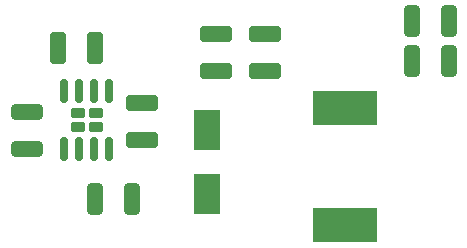
<source format=gbr>
%TF.GenerationSoftware,KiCad,Pcbnew,(6.0.5-0)*%
%TF.CreationDate,2024-08-31T12:48:39+10:00*%
%TF.ProjectId,AAPiHat,41415069-4861-4742-9e6b-696361645f70,rev?*%
%TF.SameCoordinates,Original*%
%TF.FileFunction,Paste,Top*%
%TF.FilePolarity,Positive*%
%FSLAX46Y46*%
G04 Gerber Fmt 4.6, Leading zero omitted, Abs format (unit mm)*
G04 Created by KiCad (PCBNEW (6.0.5-0)) date 2024-08-31 12:48:39*
%MOMM*%
%LPD*%
G01*
G04 APERTURE LIST*
G04 Aperture macros list*
%AMRoundRect*
0 Rectangle with rounded corners*
0 $1 Rounding radius*
0 $2 $3 $4 $5 $6 $7 $8 $9 X,Y pos of 4 corners*
0 Add a 4 corners polygon primitive as box body*
4,1,4,$2,$3,$4,$5,$6,$7,$8,$9,$2,$3,0*
0 Add four circle primitives for the rounded corners*
1,1,$1+$1,$2,$3*
1,1,$1+$1,$4,$5*
1,1,$1+$1,$6,$7*
1,1,$1+$1,$8,$9*
0 Add four rect primitives between the rounded corners*
20,1,$1+$1,$2,$3,$4,$5,0*
20,1,$1+$1,$4,$5,$6,$7,0*
20,1,$1+$1,$6,$7,$8,$9,0*
20,1,$1+$1,$8,$9,$2,$3,0*%
G04 Aperture macros list end*
%ADD10R,2.300000X3.500000*%
%ADD11RoundRect,0.250000X1.100000X-0.412500X1.100000X0.412500X-1.100000X0.412500X-1.100000X-0.412500X0*%
%ADD12RoundRect,0.250000X0.412500X1.100000X-0.412500X1.100000X-0.412500X-1.100000X0.412500X-1.100000X0*%
%ADD13RoundRect,0.250000X-0.400000X-1.075000X0.400000X-1.075000X0.400000X1.075000X-0.400000X1.075000X0*%
%ADD14R,5.400000X2.900000*%
%ADD15RoundRect,0.250000X0.400000X1.075000X-0.400000X1.075000X-0.400000X-1.075000X0.400000X-1.075000X0*%
%ADD16RoundRect,0.250000X1.075000X-0.400000X1.075000X0.400000X-1.075000X0.400000X-1.075000X-0.400000X0*%
%ADD17RoundRect,0.230000X-0.375000X0.230000X-0.375000X-0.230000X0.375000X-0.230000X0.375000X0.230000X0*%
%ADD18RoundRect,0.150000X-0.150000X0.825000X-0.150000X-0.825000X0.150000X-0.825000X0.150000X0.825000X0*%
G04 APERTURE END LIST*
D10*
%TO.C,D1*%
X65151000Y-102776000D03*
X65151000Y-97376000D03*
%TD*%
D11*
%TO.C,C5*%
X59690000Y-98248000D03*
X59690000Y-95123000D03*
%TD*%
D12*
%TO.C,C4*%
X55664500Y-90424000D03*
X52539500Y-90424000D03*
%TD*%
D11*
%TO.C,C7*%
X65913000Y-92367500D03*
X65913000Y-89242500D03*
%TD*%
D13*
%TO.C,R6*%
X82524000Y-88138000D03*
X85624000Y-88138000D03*
%TD*%
D14*
%TO.C,L1*%
X76835000Y-105407000D03*
X76835000Y-95507000D03*
%TD*%
D15*
%TO.C,R7*%
X58827000Y-103251000D03*
X55727000Y-103251000D03*
%TD*%
D16*
%TO.C,R8*%
X49911000Y-98959000D03*
X49911000Y-95859000D03*
%TD*%
D15*
%TO.C,R5*%
X85624000Y-91567000D03*
X82524000Y-91567000D03*
%TD*%
D11*
%TO.C,C6*%
X70104000Y-92367500D03*
X70104000Y-89242500D03*
%TD*%
D17*
%TO.C,U4*%
X54241000Y-95950000D03*
X54241000Y-97090000D03*
X55741000Y-97090000D03*
X55741000Y-95950000D03*
D18*
X56896000Y-94045000D03*
X55626000Y-94045000D03*
X54356000Y-94045000D03*
X53086000Y-94045000D03*
X53086000Y-98995000D03*
X54356000Y-98995000D03*
X55626000Y-98995000D03*
X56896000Y-98995000D03*
%TD*%
M02*

</source>
